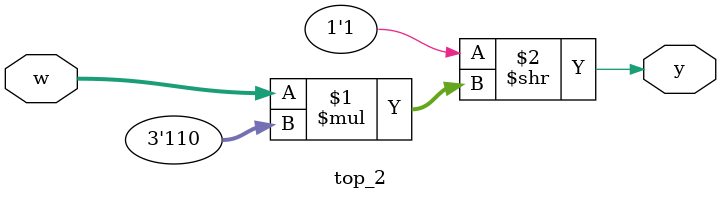
<source format=v>
module top_2 (y, w);
   output y;
   input [2:0] w;
   assign y = 1'b1 >> (w * (3'b110));
endmodule

</source>
